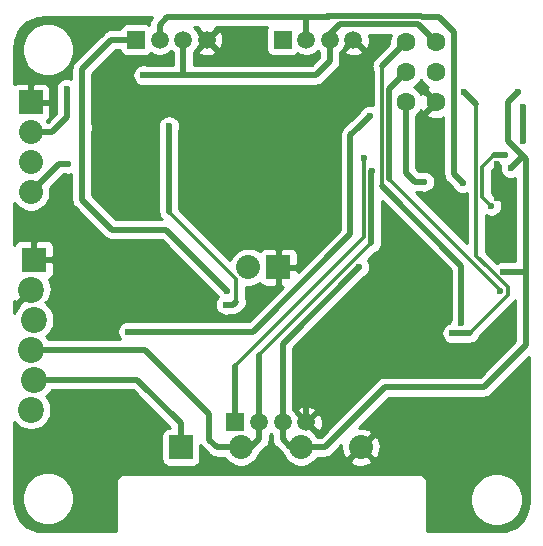
<source format=gbr>
%TF.GenerationSoftware,KiCad,Pcbnew,(5.1.10)-1*%
%TF.CreationDate,2021-07-19T12:12:26+01:00*%
%TF.ProjectId,SolarSensorATMEGA328_PCB,536f6c61-7253-4656-9e73-6f7241544d45,rev?*%
%TF.SameCoordinates,PX5734380PY7df6180*%
%TF.FileFunction,Copper,L2,Bot*%
%TF.FilePolarity,Positive*%
%FSLAX46Y46*%
G04 Gerber Fmt 4.6, Leading zero omitted, Abs format (unit mm)*
G04 Created by KiCad (PCBNEW (5.1.10)-1) date 2021-07-19 12:12:26*
%MOMM*%
%LPD*%
G01*
G04 APERTURE LIST*
%TA.AperFunction,ComponentPad*%
%ADD10C,2.032000*%
%TD*%
%TA.AperFunction,ComponentPad*%
%ADD11R,2.032000X2.032000*%
%TD*%
%TA.AperFunction,ComponentPad*%
%ADD12R,2.100580X2.100580*%
%TD*%
%TA.AperFunction,ComponentPad*%
%ADD13C,2.199640*%
%TD*%
%TA.AperFunction,ComponentPad*%
%ADD14R,1.500000X1.500000*%
%TD*%
%TA.AperFunction,ComponentPad*%
%ADD15C,1.500000*%
%TD*%
%TA.AperFunction,ComponentPad*%
%ADD16C,1.600200*%
%TD*%
%TA.AperFunction,ViaPad*%
%ADD17C,0.600000*%
%TD*%
%TA.AperFunction,Conductor*%
%ADD18C,0.500000*%
%TD*%
%TA.AperFunction,Conductor*%
%ADD19C,0.300000*%
%TD*%
%TA.AperFunction,Conductor*%
%ADD20C,0.254000*%
%TD*%
%TA.AperFunction,Conductor*%
%ADD21C,0.100000*%
%TD*%
G04 APERTURE END LIST*
D10*
%TO.P,D1,1*%
%TO.N,Net-(C1-Pad2)*%
X55245000Y20955000D03*
D11*
%TO.P,D1,2*%
%TO.N,GND*%
X57785000Y20955000D03*
%TD*%
D12*
%TO.P,P9,1*%
%TO.N,GND*%
X37084000Y21590000D03*
D13*
%TO.P,P9,2*%
X36830000Y19050000D03*
%TO.P,P9,3*%
%TO.N,VCC*%
X37084000Y16510000D03*
%TO.P,P9,4*%
%TO.N,/Rx*%
X36830000Y13970000D03*
%TO.P,P9,5*%
%TO.N,/Tx*%
X37084000Y11430000D03*
%TO.P,P9,6*%
%TO.N,/ATMega328/DTR*%
X36830000Y8890000D03*
%TD*%
D11*
%TO.P,P2,1*%
%TO.N,/Tx*%
X49530000Y5715000D03*
D10*
%TO.P,P2,2*%
%TO.N,/Rx*%
X54610000Y5715000D03*
%TO.P,P2,3*%
%TO.N,VCC*%
X59690000Y5715000D03*
%TO.P,P2,4*%
%TO.N,GND*%
X64770000Y5715000D03*
D14*
%TO.P,P2,1*%
%TO.N,/Tx*%
X54150000Y7826000D03*
D15*
%TO.P,P2,2*%
%TO.N,/Rx*%
X56150000Y7826000D03*
%TO.P,P2,3*%
%TO.N,VCC*%
X58150000Y7826000D03*
%TO.P,P2,4*%
%TO.N,GND*%
X60150000Y7826000D03*
%TD*%
D16*
%TO.P,P4,5*%
%TO.N,/ATMega328/RESET*%
X68580000Y34925000D03*
%TO.P,P4,6*%
%TO.N,GND*%
X71120000Y34925000D03*
%TO.P,P4,3*%
%TO.N,/ATMega328/SCLK*%
X68580000Y37465000D03*
%TO.P,P4,4*%
%TO.N,/ATMega328/MOSI*%
X71120000Y37465000D03*
%TO.P,P4,1*%
%TO.N,/ATMega328/MISO*%
X68580000Y40005000D03*
%TO.P,P4,2*%
%TO.N,VCC*%
X71120000Y40005000D03*
%TD*%
D10*
%TO.P,P8,4*%
%TO.N,Net-(P8-Pad4)*%
X36830000Y27305000D03*
%TO.P,P8,3*%
%TO.N,Net-(P8-Pad3)*%
X36830000Y29845000D03*
%TO.P,P8,2*%
%TO.N,VCC*%
X36830000Y32385000D03*
D11*
%TO.P,P8,1*%
%TO.N,GND*%
X36830000Y34925000D03*
%TD*%
D15*
%TO.P,P10,4*%
%TO.N,GND*%
X51720000Y40211000D03*
%TO.P,P10,3*%
%TO.N,VCC*%
X49720000Y40211000D03*
%TO.P,P10,2*%
%TO.N,/I2C_SDA*%
X47720000Y40211000D03*
D14*
%TO.P,P10,1*%
%TO.N,/I2C_CLK*%
X45720000Y40211000D03*
%TD*%
%TO.P,P1,1*%
%TO.N,/I2C_CLK*%
X58135000Y40211000D03*
D15*
%TO.P,P1,2*%
%TO.N,/I2C_SDA*%
X60135000Y40211000D03*
%TO.P,P1,3*%
%TO.N,VCC*%
X62135000Y40211000D03*
%TO.P,P1,4*%
%TO.N,GND*%
X64135000Y40211000D03*
%TD*%
D17*
%TO.N,GND*%
X68326000Y22733000D03*
X76327000Y26797000D03*
X76327000Y29718000D03*
%TO.N,VCC*%
X76835000Y20574000D03*
X78740000Y20574000D03*
X39878000Y36068000D03*
X64643000Y20955000D03*
X78105000Y35814000D03*
X77470000Y29337000D03*
X46355000Y37211000D03*
%TO.N,/ATMega328/RESET*%
X45085000Y15494000D03*
X70104000Y28194000D03*
X65532000Y33782000D03*
%TO.N,Net-(P8-Pad4)*%
X40005000Y29718000D03*
%TO.N,/Rx*%
X65674000Y29083000D03*
%TO.N,/Tx*%
X65024000Y30226000D03*
%TO.N,/I2C_SDA*%
X53340000Y17780000D03*
X48514000Y32893000D03*
X73406000Y28067000D03*
%TO.N,/I2C_CLK*%
X53467000Y18923000D03*
X41148000Y32766000D03*
%TO.N,/ATMega328/A0*%
X76962000Y30480000D03*
X75819000Y26162000D03*
%TO.N,/ATMega328/SCLK*%
X76581000Y18923000D03*
%TO.N,/ATMega328/MOSI*%
X72517000Y15367000D03*
X73533000Y35814000D03*
%TO.N,/ATMega328/MISO*%
X73279000Y16256000D03*
%TO.N,/ATMega328/A2*%
X78471000Y31623000D03*
X78486000Y34544000D03*
%TD*%
D18*
%TO.N,GND*%
X60150000Y7826000D02*
X60150000Y14557000D01*
X60150000Y14557000D02*
X68326000Y22733000D01*
X76327000Y26797000D02*
X76327000Y29718000D01*
%TO.N,VCC*%
X64643000Y20955000D02*
X58150000Y14462000D01*
X58150000Y14462000D02*
X58150000Y7826000D01*
X38608000Y32385000D02*
X39878000Y33655000D01*
X36830000Y32385000D02*
X38608000Y32385000D01*
X39878000Y33655000D02*
X39878000Y36068000D01*
X60960000Y37211000D02*
X62135000Y38386000D01*
X46355000Y37211000D02*
X47498000Y37211000D01*
X47498000Y37211000D02*
X48133000Y37211000D01*
X62135000Y38386000D02*
X62135000Y40211000D01*
X49720000Y40211000D02*
X49720000Y37274000D01*
X49720000Y37274000D02*
X49657000Y37211000D01*
X49657000Y37211000D02*
X60960000Y37211000D01*
X47498000Y37211000D02*
X49657000Y37211000D01*
X62992000Y41529000D02*
X69596000Y41529000D01*
X62135000Y40672000D02*
X62992000Y41529000D01*
X62135000Y40211000D02*
X62135000Y40672000D01*
X69596000Y41529000D02*
X71120000Y40005000D01*
X78105000Y35814000D02*
X77216000Y34925000D01*
X77216000Y34925000D02*
X77216000Y31623000D01*
X78422500Y30289500D02*
X78549500Y30289500D01*
X77470000Y29337000D02*
X78422500Y30289500D01*
X78740000Y30099000D02*
X77724000Y31115000D01*
X77724000Y31115000D02*
X78549500Y30289500D01*
X77216000Y31623000D02*
X77724000Y31115000D01*
X76835000Y20574000D02*
X78740000Y20574000D01*
X59690000Y5715000D02*
X61722000Y5715000D01*
X61722000Y5715000D02*
X66802000Y10795000D01*
X66802000Y10795000D02*
X75184000Y10795000D01*
X75184000Y10795000D02*
X78740000Y14351000D01*
X78740000Y14351000D02*
X78740000Y20955000D01*
X78740000Y20955000D02*
X78740000Y30099000D01*
X78740000Y20574000D02*
X78740000Y20955000D01*
X59690000Y5715000D02*
X58801000Y5715000D01*
X58150000Y6366000D02*
X58150000Y7826000D01*
X58801000Y5715000D02*
X58150000Y6366000D01*
%TO.N,/ATMega328/RESET*%
X68580000Y34925000D02*
X68580000Y28956000D01*
X68580000Y28956000D02*
X69342000Y28194000D01*
X69342000Y28194000D02*
X70104000Y28194000D01*
X45085000Y15494000D02*
X55626000Y15494000D01*
X55626000Y15494000D02*
X63881000Y23749000D01*
X63881000Y32131000D02*
X64579500Y32829500D01*
X63881000Y23749000D02*
X63881000Y32131000D01*
X65532000Y33782000D02*
X64579500Y32829500D01*
%TO.N,Net-(P8-Pad4)*%
X39243000Y29718000D02*
X40005000Y29718000D01*
X36830000Y27305000D02*
X39243000Y29718000D01*
%TO.N,/Rx*%
X56150000Y7826000D02*
X56150000Y13478000D01*
D19*
X56150000Y13478000D02*
X65659000Y22987000D01*
D18*
X65659000Y22987000D02*
X65659000Y29083000D01*
X65659000Y29083000D02*
X65674000Y29083000D01*
X36830000Y13970000D02*
X46482000Y13970000D01*
X46482000Y13970000D02*
X51943000Y8509000D01*
X51943000Y8509000D02*
X51943000Y6350000D01*
X52578000Y5715000D02*
X54610000Y5715000D01*
X51943000Y6350000D02*
X52578000Y5715000D01*
X54610000Y5715000D02*
X55499000Y5715000D01*
X56150000Y6366000D02*
X56150000Y7826000D01*
X55499000Y5715000D02*
X56150000Y6366000D01*
%TO.N,/Tx*%
X37084000Y11430000D02*
X45847000Y11430000D01*
X49530000Y7747000D02*
X49530000Y5715000D01*
X45847000Y11430000D02*
X49530000Y7747000D01*
D19*
X65024000Y23495000D02*
X65024000Y30226000D01*
X54150000Y12621000D02*
X65024000Y23495000D01*
D18*
X54150000Y7826000D02*
X54150000Y12621000D01*
%TO.N,/I2C_SDA*%
X53340000Y17780000D02*
X53975000Y17780000D01*
X53975000Y17780000D02*
X54117001Y17922001D01*
X54117001Y17922001D02*
X54229000Y18034000D01*
D19*
X54229000Y19949318D02*
X48514000Y25664318D01*
X54229000Y18034000D02*
X54229000Y19949318D01*
D18*
X48514000Y25664318D02*
X48514000Y32893000D01*
X70663150Y42164000D02*
X71374000Y42164000D01*
X71374000Y42164000D02*
X72644000Y40894000D01*
D19*
X62088000Y42164000D02*
X62865000Y42164000D01*
X62865000Y42164000D02*
X70663150Y42164000D01*
D18*
X47720000Y41497000D02*
X47720000Y40211000D01*
X48387000Y42164000D02*
X47720000Y41497000D01*
X60135000Y42101000D02*
X60198000Y42164000D01*
X60135000Y40211000D02*
X60135000Y42101000D01*
X72644000Y40894000D02*
X72644000Y38608000D01*
X72644000Y38608000D02*
X72644000Y28829000D01*
X72644000Y28829000D02*
X73406000Y28067000D01*
X69885953Y42229010D02*
X61914010Y42229010D01*
X69950963Y42164000D02*
X69885953Y42229010D01*
X70663150Y42164000D02*
X69950963Y42164000D01*
D19*
X61849000Y42164000D02*
X60198000Y42164000D01*
D18*
X61914010Y42229010D02*
X61849000Y42164000D01*
X59944000Y42164000D02*
X62103000Y42164000D01*
D19*
X62103000Y42164000D02*
X61849000Y42164000D01*
X62865000Y42164000D02*
X62103000Y42164000D01*
D18*
X60198000Y42164000D02*
X59944000Y42164000D01*
X59944000Y42164000D02*
X48387000Y42164000D01*
%TO.N,/I2C_CLK*%
X53467000Y18923000D02*
X48260000Y24130000D01*
X48260000Y24130000D02*
X43688000Y24130000D01*
X43688000Y24130000D02*
X41148000Y26670000D01*
X41148000Y26670000D02*
X41148000Y32766000D01*
X41148000Y32766000D02*
X41148000Y37719000D01*
X43640000Y40211000D02*
X45720000Y40211000D01*
X41148000Y37719000D02*
X43640000Y40211000D01*
%TO.N,/ATMega328/A0*%
X76962000Y30480000D02*
X76073000Y30480000D01*
D19*
X76073000Y30480000D02*
X75057000Y29464000D01*
X75057000Y29464000D02*
X75057000Y26924000D01*
X75057000Y26924000D02*
X75819000Y26162000D01*
D18*
%TO.N,/ATMega328/SCLK*%
X68580000Y37465000D02*
X67183000Y36068000D01*
X67183000Y36068000D02*
X67183000Y28448000D01*
D19*
X76581000Y19050000D02*
X76581000Y18923000D01*
X67183000Y28448000D02*
X76581000Y19050000D01*
%TO.N,/ATMega328/MOSI*%
X77231001Y18610999D02*
X73987002Y15367000D01*
X77231001Y19235001D02*
X77231001Y18610999D01*
D18*
X73987002Y15367000D02*
X72517000Y15367000D01*
D19*
X74549000Y34798000D02*
X74549000Y21917002D01*
X74549000Y21917002D02*
X75601501Y20864501D01*
X75601501Y20864501D02*
X77231001Y19235001D01*
D18*
X73533000Y35814000D02*
X74549000Y34798000D01*
%TO.N,/ATMega328/MISO*%
X68580000Y40005000D02*
X66548000Y37973000D01*
D19*
X66548000Y37973000D02*
X66548000Y27813000D01*
D18*
X66548000Y27813000D02*
X73279000Y21082000D01*
X73279000Y21082000D02*
X73279000Y16256000D01*
%TO.N,/ATMega328/A2*%
X78471000Y31623000D02*
X78471000Y34529000D01*
X78471000Y34529000D02*
X78486000Y34544000D01*
%TD*%
D20*
%TO.N,GND*%
X78963900Y1035181D02*
X78950388Y766107D01*
X78913502Y522917D01*
X78853529Y288872D01*
X78771834Y64680D01*
X78669557Y-148287D01*
X78547692Y-349291D01*
X78407515Y-536974D01*
X78250082Y-710180D01*
X78076869Y-867619D01*
X77889269Y-1007734D01*
X77688192Y-1129565D01*
X77475131Y-1231966D01*
X77251131Y-1313591D01*
X77016986Y-1373512D01*
X76773783Y-1410477D01*
X76504827Y-1423900D01*
X70334000Y-1423900D01*
X70334000Y1488128D01*
X74036000Y1488128D01*
X74036000Y1047872D01*
X74121890Y616075D01*
X74290369Y209331D01*
X74534962Y-156729D01*
X74846271Y-468038D01*
X75212331Y-712631D01*
X75619075Y-881110D01*
X76050872Y-967000D01*
X76491128Y-967000D01*
X76922925Y-881110D01*
X77329669Y-712631D01*
X77695729Y-468038D01*
X78007038Y-156729D01*
X78251631Y209331D01*
X78420110Y616075D01*
X78506000Y1047872D01*
X78506000Y1488128D01*
X78420110Y1919925D01*
X78251631Y2326669D01*
X78007038Y2692729D01*
X77695729Y3004038D01*
X77329669Y3248631D01*
X76922925Y3417110D01*
X76491128Y3503000D01*
X76050872Y3503000D01*
X75619075Y3417110D01*
X75212331Y3248631D01*
X74846271Y3004038D01*
X74534962Y2692729D01*
X74290369Y2326669D01*
X74121890Y1919925D01*
X74036000Y1488128D01*
X70334000Y1488128D01*
X70334000Y2757353D01*
X70337314Y2791000D01*
X70324088Y2925283D01*
X70284919Y3054406D01*
X70221312Y3173407D01*
X70135711Y3277711D01*
X70031407Y3363312D01*
X69912406Y3426919D01*
X69783283Y3466088D01*
X69682647Y3476000D01*
X69649000Y3479314D01*
X69615353Y3476000D01*
X44782847Y3476000D01*
X44749200Y3479314D01*
X44715553Y3476000D01*
X44614917Y3466088D01*
X44485794Y3426919D01*
X44366793Y3363312D01*
X44262489Y3277711D01*
X44176888Y3173407D01*
X44113281Y3054406D01*
X44074112Y2925283D01*
X44060886Y2791000D01*
X44064201Y2757343D01*
X44064200Y-1423900D01*
X37893273Y-1423900D01*
X37624317Y-1410478D01*
X37381113Y-1373512D01*
X37146971Y-1313592D01*
X36922923Y-1231950D01*
X36709772Y-1129544D01*
X36508671Y-1007697D01*
X36320912Y-867522D01*
X36147731Y-710183D01*
X35990374Y-536973D01*
X35850056Y-349205D01*
X35728194Y-148207D01*
X35625790Y64861D01*
X35544081Y288877D01*
X35484214Y522809D01*
X35447312Y766107D01*
X35433800Y1035182D01*
X35433800Y1588128D01*
X36036000Y1588128D01*
X36036000Y1147872D01*
X36121890Y716075D01*
X36290369Y309331D01*
X36534962Y-56729D01*
X36846271Y-368038D01*
X37212331Y-612631D01*
X37619075Y-781110D01*
X38050872Y-867000D01*
X38491128Y-867000D01*
X38922925Y-781110D01*
X39329669Y-612631D01*
X39695729Y-368038D01*
X40007038Y-56729D01*
X40251631Y309331D01*
X40420110Y716075D01*
X40506000Y1147872D01*
X40506000Y1588128D01*
X40420110Y2019925D01*
X40251631Y2426669D01*
X40007038Y2792729D01*
X39695729Y3104038D01*
X39329669Y3348631D01*
X38922925Y3517110D01*
X38491128Y3603000D01*
X38050872Y3603000D01*
X37619075Y3517110D01*
X37212331Y3348631D01*
X36846271Y3104038D01*
X36534962Y2792729D01*
X36290369Y2426669D01*
X36121890Y2019925D01*
X36036000Y1588128D01*
X35433800Y1588128D01*
X35433800Y7856968D01*
X35482477Y7784117D01*
X35724117Y7542477D01*
X36008255Y7352623D01*
X36323972Y7221848D01*
X36659135Y7155180D01*
X37000865Y7155180D01*
X37336028Y7221848D01*
X37651745Y7352623D01*
X37935883Y7542477D01*
X38177523Y7784117D01*
X38367377Y8068255D01*
X38498152Y8383972D01*
X38564820Y8719135D01*
X38564820Y9060865D01*
X38498152Y9396028D01*
X38367377Y9711745D01*
X38177523Y9995883D01*
X38130564Y10042842D01*
X38189883Y10082477D01*
X38431523Y10324117D01*
X38579112Y10545000D01*
X45480422Y10545000D01*
X48645000Y7380421D01*
X48645000Y7369072D01*
X48514000Y7369072D01*
X48389518Y7356812D01*
X48269820Y7320502D01*
X48159506Y7261537D01*
X48062815Y7182185D01*
X47983463Y7085494D01*
X47924498Y6975180D01*
X47888188Y6855482D01*
X47875928Y6731000D01*
X47875928Y4699000D01*
X47888188Y4574518D01*
X47924498Y4454820D01*
X47983463Y4344506D01*
X48062815Y4247815D01*
X48159506Y4168463D01*
X48269820Y4109498D01*
X48389518Y4073188D01*
X48514000Y4060928D01*
X50546000Y4060928D01*
X50670482Y4073188D01*
X50790180Y4109498D01*
X50900494Y4168463D01*
X50997185Y4247815D01*
X51076537Y4344506D01*
X51135502Y4454820D01*
X51171812Y4574518D01*
X51184072Y4699000D01*
X51184072Y5892457D01*
X51203590Y5855941D01*
X51286468Y5754954D01*
X51286471Y5754951D01*
X51314184Y5721183D01*
X51347951Y5693471D01*
X51921470Y5119951D01*
X51949183Y5086183D01*
X51982951Y5058470D01*
X51982953Y5058468D01*
X52083941Y4975589D01*
X52237686Y4893411D01*
X52395698Y4845478D01*
X52404510Y4842805D01*
X52534523Y4830000D01*
X52534531Y4830000D01*
X52578000Y4825719D01*
X52621469Y4830000D01*
X53215698Y4830000D01*
X53327585Y4662549D01*
X53557549Y4432585D01*
X53827958Y4251903D01*
X54128421Y4127447D01*
X54447391Y4064000D01*
X54772609Y4064000D01*
X55091579Y4127447D01*
X55392042Y4251903D01*
X55662451Y4432585D01*
X55892415Y4662549D01*
X56073097Y4932958D01*
X56145480Y5107705D01*
X56155534Y5119956D01*
X56745050Y5709471D01*
X56778817Y5737183D01*
X56806533Y5770954D01*
X56889410Y5871940D01*
X56889411Y5871941D01*
X56971589Y6025687D01*
X57022195Y6192510D01*
X57035000Y6322523D01*
X57035000Y6322533D01*
X57039281Y6365999D01*
X57035000Y6409466D01*
X57035000Y6752315D01*
X57150000Y6867315D01*
X57265000Y6752315D01*
X57265000Y6409470D01*
X57260719Y6366000D01*
X57265000Y6322531D01*
X57265000Y6322524D01*
X57267989Y6292179D01*
X57277805Y6192510D01*
X57282659Y6176510D01*
X57328411Y6025688D01*
X57410589Y5871942D01*
X57521183Y5737183D01*
X57554956Y5709466D01*
X58144470Y5119951D01*
X58154520Y5107705D01*
X58226903Y4932958D01*
X58407585Y4662549D01*
X58637549Y4432585D01*
X58907958Y4251903D01*
X59208421Y4127447D01*
X59527391Y4064000D01*
X59852609Y4064000D01*
X60171579Y4127447D01*
X60472042Y4251903D01*
X60742451Y4432585D01*
X60878043Y4568177D01*
X63802782Y4568177D01*
X63900478Y4302140D01*
X64192821Y4159652D01*
X64507344Y4076936D01*
X64831962Y4057169D01*
X65154198Y4101112D01*
X65461670Y4207076D01*
X65639522Y4302140D01*
X65737218Y4568177D01*
X64770000Y5535395D01*
X63802782Y4568177D01*
X60878043Y4568177D01*
X60972415Y4662549D01*
X61084302Y4830000D01*
X61678531Y4830000D01*
X61722000Y4825719D01*
X61765469Y4830000D01*
X61765477Y4830000D01*
X61895490Y4842805D01*
X62062313Y4893411D01*
X62216059Y4975589D01*
X62350817Y5086183D01*
X62378534Y5119956D01*
X63125173Y5866595D01*
X63112169Y5653038D01*
X63156112Y5330802D01*
X63262076Y5023330D01*
X63357140Y4845478D01*
X63623177Y4747782D01*
X64590395Y5715000D01*
X64949605Y5715000D01*
X65916823Y4747782D01*
X66182860Y4845478D01*
X66325348Y5137821D01*
X66408064Y5452344D01*
X66427831Y5776962D01*
X66383888Y6099198D01*
X66277924Y6406670D01*
X66182860Y6584522D01*
X65916823Y6682218D01*
X64949605Y5715000D01*
X64590395Y5715000D01*
X64576253Y5729142D01*
X64755858Y5908747D01*
X64770000Y5894605D01*
X65737218Y6861823D01*
X65639522Y7127860D01*
X65347179Y7270348D01*
X65032656Y7353064D01*
X64708038Y7372831D01*
X64619310Y7360731D01*
X67168579Y9910000D01*
X75140531Y9910000D01*
X75184000Y9905719D01*
X75227469Y9910000D01*
X75227477Y9910000D01*
X75357490Y9922805D01*
X75524313Y9973411D01*
X75678059Y10055589D01*
X75812817Y10166183D01*
X75840534Y10199956D01*
X78963900Y13323321D01*
X78963900Y1035181D01*
%TA.AperFunction,Conductor*%
D21*
G36*
X78963900Y1035181D02*
G01*
X78950388Y766107D01*
X78913502Y522917D01*
X78853529Y288872D01*
X78771834Y64680D01*
X78669557Y-148287D01*
X78547692Y-349291D01*
X78407515Y-536974D01*
X78250082Y-710180D01*
X78076869Y-867619D01*
X77889269Y-1007734D01*
X77688192Y-1129565D01*
X77475131Y-1231966D01*
X77251131Y-1313591D01*
X77016986Y-1373512D01*
X76773783Y-1410477D01*
X76504827Y-1423900D01*
X70334000Y-1423900D01*
X70334000Y1488128D01*
X74036000Y1488128D01*
X74036000Y1047872D01*
X74121890Y616075D01*
X74290369Y209331D01*
X74534962Y-156729D01*
X74846271Y-468038D01*
X75212331Y-712631D01*
X75619075Y-881110D01*
X76050872Y-967000D01*
X76491128Y-967000D01*
X76922925Y-881110D01*
X77329669Y-712631D01*
X77695729Y-468038D01*
X78007038Y-156729D01*
X78251631Y209331D01*
X78420110Y616075D01*
X78506000Y1047872D01*
X78506000Y1488128D01*
X78420110Y1919925D01*
X78251631Y2326669D01*
X78007038Y2692729D01*
X77695729Y3004038D01*
X77329669Y3248631D01*
X76922925Y3417110D01*
X76491128Y3503000D01*
X76050872Y3503000D01*
X75619075Y3417110D01*
X75212331Y3248631D01*
X74846271Y3004038D01*
X74534962Y2692729D01*
X74290369Y2326669D01*
X74121890Y1919925D01*
X74036000Y1488128D01*
X70334000Y1488128D01*
X70334000Y2757353D01*
X70337314Y2791000D01*
X70324088Y2925283D01*
X70284919Y3054406D01*
X70221312Y3173407D01*
X70135711Y3277711D01*
X70031407Y3363312D01*
X69912406Y3426919D01*
X69783283Y3466088D01*
X69682647Y3476000D01*
X69649000Y3479314D01*
X69615353Y3476000D01*
X44782847Y3476000D01*
X44749200Y3479314D01*
X44715553Y3476000D01*
X44614917Y3466088D01*
X44485794Y3426919D01*
X44366793Y3363312D01*
X44262489Y3277711D01*
X44176888Y3173407D01*
X44113281Y3054406D01*
X44074112Y2925283D01*
X44060886Y2791000D01*
X44064201Y2757343D01*
X44064200Y-1423900D01*
X37893273Y-1423900D01*
X37624317Y-1410478D01*
X37381113Y-1373512D01*
X37146971Y-1313592D01*
X36922923Y-1231950D01*
X36709772Y-1129544D01*
X36508671Y-1007697D01*
X36320912Y-867522D01*
X36147731Y-710183D01*
X35990374Y-536973D01*
X35850056Y-349205D01*
X35728194Y-148207D01*
X35625790Y64861D01*
X35544081Y288877D01*
X35484214Y522809D01*
X35447312Y766107D01*
X35433800Y1035182D01*
X35433800Y1588128D01*
X36036000Y1588128D01*
X36036000Y1147872D01*
X36121890Y716075D01*
X36290369Y309331D01*
X36534962Y-56729D01*
X36846271Y-368038D01*
X37212331Y-612631D01*
X37619075Y-781110D01*
X38050872Y-867000D01*
X38491128Y-867000D01*
X38922925Y-781110D01*
X39329669Y-612631D01*
X39695729Y-368038D01*
X40007038Y-56729D01*
X40251631Y309331D01*
X40420110Y716075D01*
X40506000Y1147872D01*
X40506000Y1588128D01*
X40420110Y2019925D01*
X40251631Y2426669D01*
X40007038Y2792729D01*
X39695729Y3104038D01*
X39329669Y3348631D01*
X38922925Y3517110D01*
X38491128Y3603000D01*
X38050872Y3603000D01*
X37619075Y3517110D01*
X37212331Y3348631D01*
X36846271Y3104038D01*
X36534962Y2792729D01*
X36290369Y2426669D01*
X36121890Y2019925D01*
X36036000Y1588128D01*
X35433800Y1588128D01*
X35433800Y7856968D01*
X35482477Y7784117D01*
X35724117Y7542477D01*
X36008255Y7352623D01*
X36323972Y7221848D01*
X36659135Y7155180D01*
X37000865Y7155180D01*
X37336028Y7221848D01*
X37651745Y7352623D01*
X37935883Y7542477D01*
X38177523Y7784117D01*
X38367377Y8068255D01*
X38498152Y8383972D01*
X38564820Y8719135D01*
X38564820Y9060865D01*
X38498152Y9396028D01*
X38367377Y9711745D01*
X38177523Y9995883D01*
X38130564Y10042842D01*
X38189883Y10082477D01*
X38431523Y10324117D01*
X38579112Y10545000D01*
X45480422Y10545000D01*
X48645000Y7380421D01*
X48645000Y7369072D01*
X48514000Y7369072D01*
X48389518Y7356812D01*
X48269820Y7320502D01*
X48159506Y7261537D01*
X48062815Y7182185D01*
X47983463Y7085494D01*
X47924498Y6975180D01*
X47888188Y6855482D01*
X47875928Y6731000D01*
X47875928Y4699000D01*
X47888188Y4574518D01*
X47924498Y4454820D01*
X47983463Y4344506D01*
X48062815Y4247815D01*
X48159506Y4168463D01*
X48269820Y4109498D01*
X48389518Y4073188D01*
X48514000Y4060928D01*
X50546000Y4060928D01*
X50670482Y4073188D01*
X50790180Y4109498D01*
X50900494Y4168463D01*
X50997185Y4247815D01*
X51076537Y4344506D01*
X51135502Y4454820D01*
X51171812Y4574518D01*
X51184072Y4699000D01*
X51184072Y5892457D01*
X51203590Y5855941D01*
X51286468Y5754954D01*
X51286471Y5754951D01*
X51314184Y5721183D01*
X51347951Y5693471D01*
X51921470Y5119951D01*
X51949183Y5086183D01*
X51982951Y5058470D01*
X51982953Y5058468D01*
X52083941Y4975589D01*
X52237686Y4893411D01*
X52395698Y4845478D01*
X52404510Y4842805D01*
X52534523Y4830000D01*
X52534531Y4830000D01*
X52578000Y4825719D01*
X52621469Y4830000D01*
X53215698Y4830000D01*
X53327585Y4662549D01*
X53557549Y4432585D01*
X53827958Y4251903D01*
X54128421Y4127447D01*
X54447391Y4064000D01*
X54772609Y4064000D01*
X55091579Y4127447D01*
X55392042Y4251903D01*
X55662451Y4432585D01*
X55892415Y4662549D01*
X56073097Y4932958D01*
X56145480Y5107705D01*
X56155534Y5119956D01*
X56745050Y5709471D01*
X56778817Y5737183D01*
X56806533Y5770954D01*
X56889410Y5871940D01*
X56889411Y5871941D01*
X56971589Y6025687D01*
X57022195Y6192510D01*
X57035000Y6322523D01*
X57035000Y6322533D01*
X57039281Y6365999D01*
X57035000Y6409466D01*
X57035000Y6752315D01*
X57150000Y6867315D01*
X57265000Y6752315D01*
X57265000Y6409470D01*
X57260719Y6366000D01*
X57265000Y6322531D01*
X57265000Y6322524D01*
X57267989Y6292179D01*
X57277805Y6192510D01*
X57282659Y6176510D01*
X57328411Y6025688D01*
X57410589Y5871942D01*
X57521183Y5737183D01*
X57554956Y5709466D01*
X58144470Y5119951D01*
X58154520Y5107705D01*
X58226903Y4932958D01*
X58407585Y4662549D01*
X58637549Y4432585D01*
X58907958Y4251903D01*
X59208421Y4127447D01*
X59527391Y4064000D01*
X59852609Y4064000D01*
X60171579Y4127447D01*
X60472042Y4251903D01*
X60742451Y4432585D01*
X60878043Y4568177D01*
X63802782Y4568177D01*
X63900478Y4302140D01*
X64192821Y4159652D01*
X64507344Y4076936D01*
X64831962Y4057169D01*
X65154198Y4101112D01*
X65461670Y4207076D01*
X65639522Y4302140D01*
X65737218Y4568177D01*
X64770000Y5535395D01*
X63802782Y4568177D01*
X60878043Y4568177D01*
X60972415Y4662549D01*
X61084302Y4830000D01*
X61678531Y4830000D01*
X61722000Y4825719D01*
X61765469Y4830000D01*
X61765477Y4830000D01*
X61895490Y4842805D01*
X62062313Y4893411D01*
X62216059Y4975589D01*
X62350817Y5086183D01*
X62378534Y5119956D01*
X63125173Y5866595D01*
X63112169Y5653038D01*
X63156112Y5330802D01*
X63262076Y5023330D01*
X63357140Y4845478D01*
X63623177Y4747782D01*
X64590395Y5715000D01*
X64949605Y5715000D01*
X65916823Y4747782D01*
X66182860Y4845478D01*
X66325348Y5137821D01*
X66408064Y5452344D01*
X66427831Y5776962D01*
X66383888Y6099198D01*
X66277924Y6406670D01*
X66182860Y6584522D01*
X65916823Y6682218D01*
X64949605Y5715000D01*
X64590395Y5715000D01*
X64576253Y5729142D01*
X64755858Y5908747D01*
X64770000Y5894605D01*
X65737218Y6861823D01*
X65639522Y7127860D01*
X65347179Y7270348D01*
X65032656Y7353064D01*
X64708038Y7372831D01*
X64619310Y7360731D01*
X67168579Y9910000D01*
X75140531Y9910000D01*
X75184000Y9905719D01*
X75227469Y9910000D01*
X75227477Y9910000D01*
X75357490Y9922805D01*
X75524313Y9973411D01*
X75678059Y10055589D01*
X75812817Y10166183D01*
X75840534Y10199956D01*
X78963900Y13323321D01*
X78963900Y1035181D01*
G37*
%TD.AperFunction*%
D20*
X72394000Y20715421D02*
X72394001Y16562695D01*
X72379932Y16528729D01*
X72344000Y16348089D01*
X72344000Y16285906D01*
X72244271Y16266068D01*
X72074111Y16195586D01*
X71920972Y16093262D01*
X71790738Y15963028D01*
X71688414Y15809889D01*
X71617932Y15639729D01*
X71582000Y15459089D01*
X71582000Y15274911D01*
X71617932Y15094271D01*
X71688414Y14924111D01*
X71790738Y14770972D01*
X71920972Y14640738D01*
X72074111Y14538414D01*
X72244271Y14467932D01*
X72424911Y14432000D01*
X72609089Y14432000D01*
X72789729Y14467932D01*
X72823692Y14482000D01*
X74030479Y14482000D01*
X74160492Y14494805D01*
X74327315Y14545411D01*
X74481061Y14627589D01*
X74615819Y14738183D01*
X74726413Y14872941D01*
X74808591Y15026687D01*
X74831123Y15100964D01*
X77758817Y18028657D01*
X77788765Y18053235D01*
X77822561Y18094414D01*
X77855001Y18133943D01*
X77855000Y14717579D01*
X74817422Y11680000D01*
X66845469Y11680000D01*
X66802000Y11684281D01*
X66758531Y11680000D01*
X66758523Y11680000D01*
X66628510Y11667195D01*
X66461687Y11616589D01*
X66307941Y11534411D01*
X66206953Y11451532D01*
X66206951Y11451530D01*
X66173183Y11423817D01*
X66145470Y11390049D01*
X61355422Y6600000D01*
X61084302Y6600000D01*
X60972415Y6767451D01*
X60915219Y6824647D01*
X60927388Y6869007D01*
X60150000Y7646395D01*
X60135858Y7632252D01*
X59956253Y7811857D01*
X59970395Y7826000D01*
X60329605Y7826000D01*
X61106993Y7048612D01*
X61345860Y7114137D01*
X61461760Y7361116D01*
X61527250Y7625960D01*
X61539812Y7898492D01*
X61498965Y8168238D01*
X61406277Y8424832D01*
X61345860Y8537863D01*
X61106993Y8603388D01*
X60329605Y7826000D01*
X59970395Y7826000D01*
X59421932Y8374463D01*
X59377371Y8482043D01*
X59225799Y8708886D01*
X59151692Y8782993D01*
X59372612Y8782993D01*
X60150000Y8005605D01*
X60927388Y8782993D01*
X60861863Y9021860D01*
X60614884Y9137760D01*
X60350040Y9203250D01*
X60077508Y9215812D01*
X59807762Y9174965D01*
X59551168Y9082277D01*
X59438137Y9021860D01*
X59372612Y8782993D01*
X59151692Y8782993D01*
X59035000Y8899685D01*
X59035000Y14095422D01*
X65051925Y20112346D01*
X65085889Y20126414D01*
X65239028Y20228738D01*
X65369262Y20358972D01*
X65471586Y20512111D01*
X65542068Y20682271D01*
X65578000Y20862911D01*
X65578000Y21047089D01*
X65542068Y21227729D01*
X65471586Y21397889D01*
X65369262Y21551028D01*
X65351224Y21569066D01*
X65925036Y22142879D01*
X65999312Y22165411D01*
X66153058Y22247589D01*
X66287817Y22358183D01*
X66398411Y22492941D01*
X66480589Y22646687D01*
X66531195Y22813510D01*
X66544000Y22943523D01*
X66544000Y26565422D01*
X72394000Y20715421D01*
%TA.AperFunction,Conductor*%
D21*
G36*
X72394000Y20715421D02*
G01*
X72394001Y16562695D01*
X72379932Y16528729D01*
X72344000Y16348089D01*
X72344000Y16285906D01*
X72244271Y16266068D01*
X72074111Y16195586D01*
X71920972Y16093262D01*
X71790738Y15963028D01*
X71688414Y15809889D01*
X71617932Y15639729D01*
X71582000Y15459089D01*
X71582000Y15274911D01*
X71617932Y15094271D01*
X71688414Y14924111D01*
X71790738Y14770972D01*
X71920972Y14640738D01*
X72074111Y14538414D01*
X72244271Y14467932D01*
X72424911Y14432000D01*
X72609089Y14432000D01*
X72789729Y14467932D01*
X72823692Y14482000D01*
X74030479Y14482000D01*
X74160492Y14494805D01*
X74327315Y14545411D01*
X74481061Y14627589D01*
X74615819Y14738183D01*
X74726413Y14872941D01*
X74808591Y15026687D01*
X74831123Y15100964D01*
X77758817Y18028657D01*
X77788765Y18053235D01*
X77822561Y18094414D01*
X77855001Y18133943D01*
X77855000Y14717579D01*
X74817422Y11680000D01*
X66845469Y11680000D01*
X66802000Y11684281D01*
X66758531Y11680000D01*
X66758523Y11680000D01*
X66628510Y11667195D01*
X66461687Y11616589D01*
X66307941Y11534411D01*
X66206953Y11451532D01*
X66206951Y11451530D01*
X66173183Y11423817D01*
X66145470Y11390049D01*
X61355422Y6600000D01*
X61084302Y6600000D01*
X60972415Y6767451D01*
X60915219Y6824647D01*
X60927388Y6869007D01*
X60150000Y7646395D01*
X60135858Y7632252D01*
X59956253Y7811857D01*
X59970395Y7826000D01*
X60329605Y7826000D01*
X61106993Y7048612D01*
X61345860Y7114137D01*
X61461760Y7361116D01*
X61527250Y7625960D01*
X61539812Y7898492D01*
X61498965Y8168238D01*
X61406277Y8424832D01*
X61345860Y8537863D01*
X61106993Y8603388D01*
X60329605Y7826000D01*
X59970395Y7826000D01*
X59421932Y8374463D01*
X59377371Y8482043D01*
X59225799Y8708886D01*
X59151692Y8782993D01*
X59372612Y8782993D01*
X60150000Y8005605D01*
X60927388Y8782993D01*
X60861863Y9021860D01*
X60614884Y9137760D01*
X60350040Y9203250D01*
X60077508Y9215812D01*
X59807762Y9174965D01*
X59551168Y9082277D01*
X59438137Y9021860D01*
X59372612Y8782993D01*
X59151692Y8782993D01*
X59035000Y8899685D01*
X59035000Y14095422D01*
X65051925Y20112346D01*
X65085889Y20126414D01*
X65239028Y20228738D01*
X65369262Y20358972D01*
X65471586Y20512111D01*
X65542068Y20682271D01*
X65578000Y20862911D01*
X65578000Y21047089D01*
X65542068Y21227729D01*
X65471586Y21397889D01*
X65369262Y21551028D01*
X65351224Y21569066D01*
X65925036Y22142879D01*
X65999312Y22165411D01*
X66153058Y22247589D01*
X66287817Y22358183D01*
X66398411Y22492941D01*
X66480589Y22646687D01*
X66531195Y22813510D01*
X66544000Y22943523D01*
X66544000Y26565422D01*
X72394000Y20715421D01*
G37*
%TD.AperFunction*%
D20*
X67200050Y40423603D02*
X67144900Y40146345D01*
X67144900Y39863655D01*
X67151898Y39828476D01*
X65891468Y38568046D01*
X65808590Y38467059D01*
X65726412Y38313313D01*
X65675805Y38146490D01*
X65658719Y37973000D01*
X65675805Y37799510D01*
X65726412Y37632687D01*
X65763000Y37564235D01*
X65763000Y34689368D01*
X65624089Y34717000D01*
X65439911Y34717000D01*
X65259271Y34681068D01*
X65089111Y34610586D01*
X64935972Y34508262D01*
X64805738Y34378028D01*
X64703414Y34224889D01*
X64689345Y34190924D01*
X63984458Y33486036D01*
X63984453Y33486032D01*
X63285951Y32787529D01*
X63252184Y32759817D01*
X63224471Y32726049D01*
X63224468Y32726046D01*
X63141590Y32625059D01*
X63059412Y32471313D01*
X63008805Y32304490D01*
X62991719Y32131000D01*
X62996001Y32087521D01*
X62996000Y24115579D01*
X59436476Y20556055D01*
X59436000Y20669250D01*
X59277250Y20828000D01*
X57912000Y20828000D01*
X57912000Y19462750D01*
X58070750Y19304000D01*
X58183945Y19303524D01*
X55259422Y16379000D01*
X45391692Y16379000D01*
X45357729Y16393068D01*
X45177089Y16429000D01*
X44992911Y16429000D01*
X44812271Y16393068D01*
X44642111Y16322586D01*
X44488972Y16220262D01*
X44358738Y16090028D01*
X44256414Y15936889D01*
X44185932Y15766729D01*
X44150000Y15586089D01*
X44150000Y15401911D01*
X44185932Y15221271D01*
X44256414Y15051111D01*
X44358738Y14897972D01*
X44401710Y14855000D01*
X38325112Y14855000D01*
X38177523Y15075883D01*
X38130564Y15122842D01*
X38189883Y15162477D01*
X38431523Y15404117D01*
X38621377Y15688255D01*
X38752152Y16003972D01*
X38818820Y16339135D01*
X38818820Y16680865D01*
X38752152Y17016028D01*
X38621377Y17331745D01*
X38431523Y17615883D01*
X38189883Y17857523D01*
X38137160Y17892752D01*
X38152008Y17907600D01*
X38036585Y18023023D01*
X38311191Y18130833D01*
X38462052Y18437460D01*
X38550194Y18767628D01*
X38572228Y19108647D01*
X38527310Y19447412D01*
X38417166Y19770905D01*
X38329298Y19935292D01*
X38378470Y19950208D01*
X38488784Y20009173D01*
X38585475Y20088525D01*
X38664827Y20185216D01*
X38723792Y20295530D01*
X38760102Y20415228D01*
X38772362Y20539710D01*
X38769290Y21304250D01*
X38610540Y21463000D01*
X37211000Y21463000D01*
X37211000Y21443000D01*
X36957000Y21443000D01*
X36957000Y21463000D01*
X36937000Y21463000D01*
X36937000Y21717000D01*
X36957000Y21717000D01*
X36957000Y23116540D01*
X37211000Y23116540D01*
X37211000Y21717000D01*
X38610540Y21717000D01*
X38769290Y21875750D01*
X38772362Y22640290D01*
X38760102Y22764772D01*
X38723792Y22884470D01*
X38664827Y22994784D01*
X38585475Y23091475D01*
X38488784Y23170827D01*
X38378470Y23229792D01*
X38258772Y23266102D01*
X38134290Y23278362D01*
X37369750Y23275290D01*
X37211000Y23116540D01*
X36957000Y23116540D01*
X36798250Y23275290D01*
X36033710Y23278362D01*
X35909228Y23266102D01*
X35789530Y23229792D01*
X35679216Y23170827D01*
X35582525Y23091475D01*
X35503173Y22994784D01*
X35444208Y22884470D01*
X35433800Y22850159D01*
X35433800Y26422840D01*
X35547585Y26252549D01*
X35777549Y26022585D01*
X36047958Y25841903D01*
X36348421Y25717447D01*
X36667391Y25654000D01*
X36992609Y25654000D01*
X37311579Y25717447D01*
X37612042Y25841903D01*
X37882451Y26022585D01*
X38112415Y26252549D01*
X38293097Y26522958D01*
X38417553Y26823421D01*
X38481000Y27142391D01*
X38481000Y27467609D01*
X38441710Y27665132D01*
X39609579Y28833000D01*
X39698308Y28833000D01*
X39732271Y28818932D01*
X39912911Y28783000D01*
X40097089Y28783000D01*
X40263000Y28816002D01*
X40263000Y26713469D01*
X40258719Y26670000D01*
X40263000Y26626531D01*
X40263000Y26626524D01*
X40273200Y26522958D01*
X40275805Y26496510D01*
X40285710Y26463860D01*
X40326411Y26329688D01*
X40408589Y26175942D01*
X40519183Y26041183D01*
X40552956Y26013466D01*
X43031470Y23534951D01*
X43059183Y23501183D01*
X43092951Y23473470D01*
X43092953Y23473468D01*
X43113702Y23456440D01*
X43193941Y23390589D01*
X43347687Y23308411D01*
X43514510Y23257805D01*
X43644523Y23245000D01*
X43644533Y23245000D01*
X43687999Y23240719D01*
X43731465Y23245000D01*
X47893422Y23245000D01*
X52624346Y18514075D01*
X52638414Y18480111D01*
X52670220Y18432510D01*
X52613738Y18376028D01*
X52511414Y18222889D01*
X52440932Y18052729D01*
X52405000Y17872089D01*
X52405000Y17687911D01*
X52440932Y17507271D01*
X52511414Y17337111D01*
X52613738Y17183972D01*
X52743972Y17053738D01*
X52897111Y16951414D01*
X53067271Y16880932D01*
X53247911Y16845000D01*
X53432089Y16845000D01*
X53612729Y16880932D01*
X53646692Y16895000D01*
X53931531Y16895000D01*
X53975000Y16890719D01*
X54018469Y16895000D01*
X54018477Y16895000D01*
X54148490Y16907805D01*
X54315313Y16958411D01*
X54469059Y17040589D01*
X54603817Y17151183D01*
X54631534Y17184956D01*
X54885532Y17438954D01*
X54968411Y17539942D01*
X55050589Y17693687D01*
X55101195Y17860511D01*
X55118281Y18034000D01*
X55101195Y18207490D01*
X55050589Y18374313D01*
X55014000Y18442767D01*
X55014000Y19317604D01*
X55082391Y19304000D01*
X55407609Y19304000D01*
X55726579Y19367447D01*
X56027042Y19491903D01*
X56219296Y19620364D01*
X56238463Y19584506D01*
X56317815Y19487815D01*
X56414506Y19408463D01*
X56524820Y19349498D01*
X56644518Y19313188D01*
X56769000Y19300928D01*
X57499250Y19304000D01*
X57658000Y19462750D01*
X57658000Y20828000D01*
X57638000Y20828000D01*
X57638000Y21082000D01*
X57658000Y21082000D01*
X57658000Y22447250D01*
X57912000Y22447250D01*
X57912000Y21082000D01*
X59277250Y21082000D01*
X59436000Y21240750D01*
X59439072Y21971000D01*
X59426812Y22095482D01*
X59390502Y22215180D01*
X59331537Y22325494D01*
X59252185Y22422185D01*
X59155494Y22501537D01*
X59045180Y22560502D01*
X58925482Y22596812D01*
X58801000Y22609072D01*
X58070750Y22606000D01*
X57912000Y22447250D01*
X57658000Y22447250D01*
X57499250Y22606000D01*
X56769000Y22609072D01*
X56644518Y22596812D01*
X56524820Y22560502D01*
X56414506Y22501537D01*
X56317815Y22422185D01*
X56238463Y22325494D01*
X56219296Y22289636D01*
X56027042Y22418097D01*
X55726579Y22542553D01*
X55407609Y22606000D01*
X55082391Y22606000D01*
X54763421Y22542553D01*
X54462958Y22418097D01*
X54192549Y22237415D01*
X53962585Y22007451D01*
X53781903Y21737042D01*
X53714400Y21574075D01*
X49399000Y25889475D01*
X49399000Y32586308D01*
X49413068Y32620271D01*
X49449000Y32800911D01*
X49449000Y32985089D01*
X49413068Y33165729D01*
X49342586Y33335889D01*
X49240262Y33489028D01*
X49110028Y33619262D01*
X48956889Y33721586D01*
X48786729Y33792068D01*
X48606089Y33828000D01*
X48421911Y33828000D01*
X48241271Y33792068D01*
X48071111Y33721586D01*
X47917972Y33619262D01*
X47787738Y33489028D01*
X47685414Y33335889D01*
X47614932Y33165729D01*
X47579000Y32985089D01*
X47579000Y32800911D01*
X47614932Y32620271D01*
X47629001Y32586305D01*
X47629000Y25620842D01*
X47641805Y25490829D01*
X47692411Y25324006D01*
X47774589Y25170260D01*
X47885183Y25035501D01*
X47910163Y25015000D01*
X44054579Y25015000D01*
X42033000Y27036578D01*
X42033000Y32459308D01*
X42047068Y32493271D01*
X42083000Y32673911D01*
X42083000Y32858089D01*
X42047068Y33038729D01*
X42033000Y33072692D01*
X42033000Y37352422D01*
X44006579Y39326000D01*
X44347379Y39326000D01*
X44380498Y39216820D01*
X44439463Y39106506D01*
X44518815Y39009815D01*
X44615506Y38930463D01*
X44725820Y38871498D01*
X44845518Y38835188D01*
X44970000Y38822928D01*
X46470000Y38822928D01*
X46594482Y38835188D01*
X46714180Y38871498D01*
X46824494Y38930463D01*
X46921185Y39009815D01*
X46957869Y39054515D01*
X47063957Y38983629D01*
X47316011Y38879225D01*
X47583589Y38826000D01*
X47856411Y38826000D01*
X48123989Y38879225D01*
X48376043Y38983629D01*
X48602886Y39135201D01*
X48720000Y39252315D01*
X48835000Y39137315D01*
X48835001Y38096000D01*
X46661692Y38096000D01*
X46627729Y38110068D01*
X46447089Y38146000D01*
X46262911Y38146000D01*
X46082271Y38110068D01*
X45912111Y38039586D01*
X45758972Y37937262D01*
X45628738Y37807028D01*
X45526414Y37653889D01*
X45455932Y37483729D01*
X45420000Y37303089D01*
X45420000Y37118911D01*
X45455932Y36938271D01*
X45526414Y36768111D01*
X45628738Y36614972D01*
X45758972Y36484738D01*
X45912111Y36382414D01*
X46082271Y36311932D01*
X46262911Y36276000D01*
X46447089Y36276000D01*
X46627729Y36311932D01*
X46661692Y36326000D01*
X49613531Y36326000D01*
X49657000Y36321719D01*
X49700469Y36326000D01*
X60916531Y36326000D01*
X60960000Y36321719D01*
X61003469Y36326000D01*
X61003477Y36326000D01*
X61133490Y36338805D01*
X61300313Y36389411D01*
X61454059Y36471589D01*
X61588817Y36582183D01*
X61616534Y36615956D01*
X62730050Y37729471D01*
X62763817Y37757183D01*
X62874411Y37891941D01*
X62956589Y38045687D01*
X63007195Y38212510D01*
X63020000Y38342523D01*
X63020000Y38342531D01*
X63024281Y38386000D01*
X63020000Y38429469D01*
X63020000Y39137315D01*
X63136692Y39254007D01*
X63357612Y39254007D01*
X63423137Y39015140D01*
X63670116Y38899240D01*
X63934960Y38833750D01*
X64207492Y38821188D01*
X64477238Y38862035D01*
X64733832Y38954723D01*
X64846863Y39015140D01*
X64912388Y39254007D01*
X64135000Y40031395D01*
X63357612Y39254007D01*
X63136692Y39254007D01*
X63210799Y39328114D01*
X63362371Y39554957D01*
X63406932Y39662537D01*
X63955395Y40211000D01*
X63941253Y40225142D01*
X64120858Y40404747D01*
X64135000Y40390605D01*
X64149143Y40404747D01*
X64328748Y40225142D01*
X64314605Y40211000D01*
X65091993Y39433612D01*
X65330860Y39499137D01*
X65446760Y39746116D01*
X65512250Y40010960D01*
X65524812Y40283492D01*
X65483965Y40553238D01*
X65451180Y40644000D01*
X67291341Y40644000D01*
X67200050Y40423603D01*
%TA.AperFunction,Conductor*%
D21*
G36*
X67200050Y40423603D02*
G01*
X67144900Y40146345D01*
X67144900Y39863655D01*
X67151898Y39828476D01*
X65891468Y38568046D01*
X65808590Y38467059D01*
X65726412Y38313313D01*
X65675805Y38146490D01*
X65658719Y37973000D01*
X65675805Y37799510D01*
X65726412Y37632687D01*
X65763000Y37564235D01*
X65763000Y34689368D01*
X65624089Y34717000D01*
X65439911Y34717000D01*
X65259271Y34681068D01*
X65089111Y34610586D01*
X64935972Y34508262D01*
X64805738Y34378028D01*
X64703414Y34224889D01*
X64689345Y34190924D01*
X63984458Y33486036D01*
X63984453Y33486032D01*
X63285951Y32787529D01*
X63252184Y32759817D01*
X63224471Y32726049D01*
X63224468Y32726046D01*
X63141590Y32625059D01*
X63059412Y32471313D01*
X63008805Y32304490D01*
X62991719Y32131000D01*
X62996001Y32087521D01*
X62996000Y24115579D01*
X59436476Y20556055D01*
X59436000Y20669250D01*
X59277250Y20828000D01*
X57912000Y20828000D01*
X57912000Y19462750D01*
X58070750Y19304000D01*
X58183945Y19303524D01*
X55259422Y16379000D01*
X45391692Y16379000D01*
X45357729Y16393068D01*
X45177089Y16429000D01*
X44992911Y16429000D01*
X44812271Y16393068D01*
X44642111Y16322586D01*
X44488972Y16220262D01*
X44358738Y16090028D01*
X44256414Y15936889D01*
X44185932Y15766729D01*
X44150000Y15586089D01*
X44150000Y15401911D01*
X44185932Y15221271D01*
X44256414Y15051111D01*
X44358738Y14897972D01*
X44401710Y14855000D01*
X38325112Y14855000D01*
X38177523Y15075883D01*
X38130564Y15122842D01*
X38189883Y15162477D01*
X38431523Y15404117D01*
X38621377Y15688255D01*
X38752152Y16003972D01*
X38818820Y16339135D01*
X38818820Y16680865D01*
X38752152Y17016028D01*
X38621377Y17331745D01*
X38431523Y17615883D01*
X38189883Y17857523D01*
X38137160Y17892752D01*
X38152008Y17907600D01*
X38036585Y18023023D01*
X38311191Y18130833D01*
X38462052Y18437460D01*
X38550194Y18767628D01*
X38572228Y19108647D01*
X38527310Y19447412D01*
X38417166Y19770905D01*
X38329298Y19935292D01*
X38378470Y19950208D01*
X38488784Y20009173D01*
X38585475Y20088525D01*
X38664827Y20185216D01*
X38723792Y20295530D01*
X38760102Y20415228D01*
X38772362Y20539710D01*
X38769290Y21304250D01*
X38610540Y21463000D01*
X37211000Y21463000D01*
X37211000Y21443000D01*
X36957000Y21443000D01*
X36957000Y21463000D01*
X36937000Y21463000D01*
X36937000Y21717000D01*
X36957000Y21717000D01*
X36957000Y23116540D01*
X37211000Y23116540D01*
X37211000Y21717000D01*
X38610540Y21717000D01*
X38769290Y21875750D01*
X38772362Y22640290D01*
X38760102Y22764772D01*
X38723792Y22884470D01*
X38664827Y22994784D01*
X38585475Y23091475D01*
X38488784Y23170827D01*
X38378470Y23229792D01*
X38258772Y23266102D01*
X38134290Y23278362D01*
X37369750Y23275290D01*
X37211000Y23116540D01*
X36957000Y23116540D01*
X36798250Y23275290D01*
X36033710Y23278362D01*
X35909228Y23266102D01*
X35789530Y23229792D01*
X35679216Y23170827D01*
X35582525Y23091475D01*
X35503173Y22994784D01*
X35444208Y22884470D01*
X35433800Y22850159D01*
X35433800Y26422840D01*
X35547585Y26252549D01*
X35777549Y26022585D01*
X36047958Y25841903D01*
X36348421Y25717447D01*
X36667391Y25654000D01*
X36992609Y25654000D01*
X37311579Y25717447D01*
X37612042Y25841903D01*
X37882451Y26022585D01*
X38112415Y26252549D01*
X38293097Y26522958D01*
X38417553Y26823421D01*
X38481000Y27142391D01*
X38481000Y27467609D01*
X38441710Y27665132D01*
X39609579Y28833000D01*
X39698308Y28833000D01*
X39732271Y28818932D01*
X39912911Y28783000D01*
X40097089Y28783000D01*
X40263000Y28816002D01*
X40263000Y26713469D01*
X40258719Y26670000D01*
X40263000Y26626531D01*
X40263000Y26626524D01*
X40273200Y26522958D01*
X40275805Y26496510D01*
X40285710Y26463860D01*
X40326411Y26329688D01*
X40408589Y26175942D01*
X40519183Y26041183D01*
X40552956Y26013466D01*
X43031470Y23534951D01*
X43059183Y23501183D01*
X43092951Y23473470D01*
X43092953Y23473468D01*
X43113702Y23456440D01*
X43193941Y23390589D01*
X43347687Y23308411D01*
X43514510Y23257805D01*
X43644523Y23245000D01*
X43644533Y23245000D01*
X43687999Y23240719D01*
X43731465Y23245000D01*
X47893422Y23245000D01*
X52624346Y18514075D01*
X52638414Y18480111D01*
X52670220Y18432510D01*
X52613738Y18376028D01*
X52511414Y18222889D01*
X52440932Y18052729D01*
X52405000Y17872089D01*
X52405000Y17687911D01*
X52440932Y17507271D01*
X52511414Y17337111D01*
X52613738Y17183972D01*
X52743972Y17053738D01*
X52897111Y16951414D01*
X53067271Y16880932D01*
X53247911Y16845000D01*
X53432089Y16845000D01*
X53612729Y16880932D01*
X53646692Y16895000D01*
X53931531Y16895000D01*
X53975000Y16890719D01*
X54018469Y16895000D01*
X54018477Y16895000D01*
X54148490Y16907805D01*
X54315313Y16958411D01*
X54469059Y17040589D01*
X54603817Y17151183D01*
X54631534Y17184956D01*
X54885532Y17438954D01*
X54968411Y17539942D01*
X55050589Y17693687D01*
X55101195Y17860511D01*
X55118281Y18034000D01*
X55101195Y18207490D01*
X55050589Y18374313D01*
X55014000Y18442767D01*
X55014000Y19317604D01*
X55082391Y19304000D01*
X55407609Y19304000D01*
X55726579Y19367447D01*
X56027042Y19491903D01*
X56219296Y19620364D01*
X56238463Y19584506D01*
X56317815Y19487815D01*
X56414506Y19408463D01*
X56524820Y19349498D01*
X56644518Y19313188D01*
X56769000Y19300928D01*
X57499250Y19304000D01*
X57658000Y19462750D01*
X57658000Y20828000D01*
X57638000Y20828000D01*
X57638000Y21082000D01*
X57658000Y21082000D01*
X57658000Y22447250D01*
X57912000Y22447250D01*
X57912000Y21082000D01*
X59277250Y21082000D01*
X59436000Y21240750D01*
X59439072Y21971000D01*
X59426812Y22095482D01*
X59390502Y22215180D01*
X59331537Y22325494D01*
X59252185Y22422185D01*
X59155494Y22501537D01*
X59045180Y22560502D01*
X58925482Y22596812D01*
X58801000Y22609072D01*
X58070750Y22606000D01*
X57912000Y22447250D01*
X57658000Y22447250D01*
X57499250Y22606000D01*
X56769000Y22609072D01*
X56644518Y22596812D01*
X56524820Y22560502D01*
X56414506Y22501537D01*
X56317815Y22422185D01*
X56238463Y22325494D01*
X56219296Y22289636D01*
X56027042Y22418097D01*
X55726579Y22542553D01*
X55407609Y22606000D01*
X55082391Y22606000D01*
X54763421Y22542553D01*
X54462958Y22418097D01*
X54192549Y22237415D01*
X53962585Y22007451D01*
X53781903Y21737042D01*
X53714400Y21574075D01*
X49399000Y25889475D01*
X49399000Y32586308D01*
X49413068Y32620271D01*
X49449000Y32800911D01*
X49449000Y32985089D01*
X49413068Y33165729D01*
X49342586Y33335889D01*
X49240262Y33489028D01*
X49110028Y33619262D01*
X48956889Y33721586D01*
X48786729Y33792068D01*
X48606089Y33828000D01*
X48421911Y33828000D01*
X48241271Y33792068D01*
X48071111Y33721586D01*
X47917972Y33619262D01*
X47787738Y33489028D01*
X47685414Y33335889D01*
X47614932Y33165729D01*
X47579000Y32985089D01*
X47579000Y32800911D01*
X47614932Y32620271D01*
X47629001Y32586305D01*
X47629000Y25620842D01*
X47641805Y25490829D01*
X47692411Y25324006D01*
X47774589Y25170260D01*
X47885183Y25035501D01*
X47910163Y25015000D01*
X44054579Y25015000D01*
X42033000Y27036578D01*
X42033000Y32459308D01*
X42047068Y32493271D01*
X42083000Y32673911D01*
X42083000Y32858089D01*
X42047068Y33038729D01*
X42033000Y33072692D01*
X42033000Y37352422D01*
X44006579Y39326000D01*
X44347379Y39326000D01*
X44380498Y39216820D01*
X44439463Y39106506D01*
X44518815Y39009815D01*
X44615506Y38930463D01*
X44725820Y38871498D01*
X44845518Y38835188D01*
X44970000Y38822928D01*
X46470000Y38822928D01*
X46594482Y38835188D01*
X46714180Y38871498D01*
X46824494Y38930463D01*
X46921185Y39009815D01*
X46957869Y39054515D01*
X47063957Y38983629D01*
X47316011Y38879225D01*
X47583589Y38826000D01*
X47856411Y38826000D01*
X48123989Y38879225D01*
X48376043Y38983629D01*
X48602886Y39135201D01*
X48720000Y39252315D01*
X48835000Y39137315D01*
X48835001Y38096000D01*
X46661692Y38096000D01*
X46627729Y38110068D01*
X46447089Y38146000D01*
X46262911Y38146000D01*
X46082271Y38110068D01*
X45912111Y38039586D01*
X45758972Y37937262D01*
X45628738Y37807028D01*
X45526414Y37653889D01*
X45455932Y37483729D01*
X45420000Y37303089D01*
X45420000Y37118911D01*
X45455932Y36938271D01*
X45526414Y36768111D01*
X45628738Y36614972D01*
X45758972Y36484738D01*
X45912111Y36382414D01*
X46082271Y36311932D01*
X46262911Y36276000D01*
X46447089Y36276000D01*
X46627729Y36311932D01*
X46661692Y36326000D01*
X49613531Y36326000D01*
X49657000Y36321719D01*
X49700469Y36326000D01*
X60916531Y36326000D01*
X60960000Y36321719D01*
X61003469Y36326000D01*
X61003477Y36326000D01*
X61133490Y36338805D01*
X61300313Y36389411D01*
X61454059Y36471589D01*
X61588817Y36582183D01*
X61616534Y36615956D01*
X62730050Y37729471D01*
X62763817Y37757183D01*
X62874411Y37891941D01*
X62956589Y38045687D01*
X63007195Y38212510D01*
X63020000Y38342523D01*
X63020000Y38342531D01*
X63024281Y38386000D01*
X63020000Y38429469D01*
X63020000Y39137315D01*
X63136692Y39254007D01*
X63357612Y39254007D01*
X63423137Y39015140D01*
X63670116Y38899240D01*
X63934960Y38833750D01*
X64207492Y38821188D01*
X64477238Y38862035D01*
X64733832Y38954723D01*
X64846863Y39015140D01*
X64912388Y39254007D01*
X64135000Y40031395D01*
X63357612Y39254007D01*
X63136692Y39254007D01*
X63210799Y39328114D01*
X63362371Y39554957D01*
X63406932Y39662537D01*
X63955395Y40211000D01*
X63941253Y40225142D01*
X64120858Y40404747D01*
X64135000Y40390605D01*
X64149143Y40404747D01*
X64328748Y40225142D01*
X64314605Y40211000D01*
X65091993Y39433612D01*
X65330860Y39499137D01*
X65446760Y39746116D01*
X65512250Y40010960D01*
X65524812Y40283492D01*
X65483965Y40553238D01*
X65451180Y40644000D01*
X67291341Y40644000D01*
X67200050Y40423603D01*
G37*
%TD.AperFunction*%
D20*
X37023748Y19064142D02*
X37009605Y19050000D01*
X37023748Y19035857D01*
X36844143Y18856252D01*
X36830000Y18870395D01*
X35803022Y17843417D01*
X35848408Y17727814D01*
X35736477Y17615883D01*
X35546623Y17331745D01*
X35433800Y17059368D01*
X35433800Y18097466D01*
X35623417Y18023022D01*
X36650395Y19050000D01*
X36636253Y19064142D01*
X36815858Y19243747D01*
X36830000Y19229605D01*
X36844143Y19243747D01*
X37023748Y19064142D01*
%TA.AperFunction,Conductor*%
D21*
G36*
X37023748Y19064142D02*
G01*
X37009605Y19050000D01*
X37023748Y19035857D01*
X36844143Y18856252D01*
X36830000Y18870395D01*
X35803022Y17843417D01*
X35848408Y17727814D01*
X35736477Y17615883D01*
X35546623Y17331745D01*
X35433800Y17059368D01*
X35433800Y18097466D01*
X35623417Y18023022D01*
X36650395Y19050000D01*
X36636253Y19064142D01*
X36815858Y19243747D01*
X36830000Y19229605D01*
X36844143Y19243747D01*
X37023748Y19064142D01*
G37*
%TD.AperFunction*%
D20*
X76535000Y29429089D02*
X76535000Y29244911D01*
X76570932Y29064271D01*
X76641414Y28894111D01*
X76743738Y28740972D01*
X76873972Y28610738D01*
X77027111Y28508414D01*
X77197271Y28437932D01*
X77377911Y28402000D01*
X77562089Y28402000D01*
X77742729Y28437932D01*
X77855001Y28484436D01*
X77855000Y21459000D01*
X77141692Y21459000D01*
X77107729Y21473068D01*
X76927089Y21509000D01*
X76742911Y21509000D01*
X76562271Y21473068D01*
X76392111Y21402586D01*
X76261107Y21315052D01*
X76183850Y21392309D01*
X76183846Y21392314D01*
X75334000Y22242159D01*
X75334000Y25361552D01*
X75376111Y25333414D01*
X75546271Y25262932D01*
X75726911Y25227000D01*
X75911089Y25227000D01*
X76091729Y25262932D01*
X76261889Y25333414D01*
X76415028Y25435738D01*
X76545262Y25565972D01*
X76647586Y25719111D01*
X76718068Y25889271D01*
X76754000Y26069911D01*
X76754000Y26254089D01*
X76718068Y26434729D01*
X76647586Y26604889D01*
X76545262Y26758028D01*
X76415028Y26888262D01*
X76261889Y26990586D01*
X76091729Y27061068D01*
X76014783Y27076374D01*
X75842000Y27249157D01*
X75842000Y29138843D01*
X76298158Y29595000D01*
X76568002Y29595000D01*
X76535000Y29429089D01*
%TA.AperFunction,Conductor*%
D21*
G36*
X76535000Y29429089D02*
G01*
X76535000Y29244911D01*
X76570932Y29064271D01*
X76641414Y28894111D01*
X76743738Y28740972D01*
X76873972Y28610738D01*
X77027111Y28508414D01*
X77197271Y28437932D01*
X77377911Y28402000D01*
X77562089Y28402000D01*
X77742729Y28437932D01*
X77855001Y28484436D01*
X77855000Y21459000D01*
X77141692Y21459000D01*
X77107729Y21473068D01*
X76927089Y21509000D01*
X76742911Y21509000D01*
X76562271Y21473068D01*
X76392111Y21402586D01*
X76261107Y21315052D01*
X76183850Y21392309D01*
X76183846Y21392314D01*
X75334000Y22242159D01*
X75334000Y25361552D01*
X75376111Y25333414D01*
X75546271Y25262932D01*
X75726911Y25227000D01*
X75911089Y25227000D01*
X76091729Y25262932D01*
X76261889Y25333414D01*
X76415028Y25435738D01*
X76545262Y25565972D01*
X76647586Y25719111D01*
X76718068Y25889271D01*
X76754000Y26069911D01*
X76754000Y26254089D01*
X76718068Y26434729D01*
X76647586Y26604889D01*
X76545262Y26758028D01*
X76415028Y26888262D01*
X76261889Y26990586D01*
X76091729Y27061068D01*
X76014783Y27076374D01*
X75842000Y27249157D01*
X75842000Y29138843D01*
X76298158Y29595000D01*
X76568002Y29595000D01*
X76535000Y29429089D01*
G37*
%TD.AperFunction*%
D20*
X70005285Y36550177D02*
X70205177Y36350285D01*
X70438932Y36194095D01*
X70378426Y36161754D01*
X70306831Y35917774D01*
X71120000Y35104605D01*
X71134143Y35118747D01*
X71313748Y34939142D01*
X71299605Y34925000D01*
X71313748Y34910857D01*
X71134143Y34731252D01*
X71120000Y34745395D01*
X70306831Y33932226D01*
X70378426Y33688246D01*
X70633954Y33567336D01*
X70908161Y33498600D01*
X71190508Y33484680D01*
X71470147Y33526111D01*
X71736328Y33621300D01*
X71759001Y33633419D01*
X71759001Y28872479D01*
X71754719Y28829000D01*
X71771805Y28655510D01*
X71822412Y28488687D01*
X71904590Y28334941D01*
X71987468Y28233954D01*
X71987471Y28233951D01*
X72015184Y28200183D01*
X72048951Y28172471D01*
X72563345Y27658076D01*
X72577414Y27624111D01*
X72679738Y27470972D01*
X72809972Y27340738D01*
X72963111Y27238414D01*
X73133271Y27167932D01*
X73313911Y27132000D01*
X73498089Y27132000D01*
X73678729Y27167932D01*
X73764001Y27203252D01*
X73764001Y22977157D01*
X69432157Y27309000D01*
X69797308Y27309000D01*
X69831271Y27294932D01*
X70011911Y27259000D01*
X70196089Y27259000D01*
X70376729Y27294932D01*
X70546889Y27365414D01*
X70700028Y27467738D01*
X70830262Y27597972D01*
X70932586Y27751111D01*
X71003068Y27921271D01*
X71039000Y28101911D01*
X71039000Y28286089D01*
X71003068Y28466729D01*
X70932586Y28636889D01*
X70830262Y28790028D01*
X70700028Y28920262D01*
X70546889Y29022586D01*
X70376729Y29093068D01*
X70196089Y29129000D01*
X70011911Y29129000D01*
X69831271Y29093068D01*
X69797308Y29079000D01*
X69708579Y29079000D01*
X69465000Y29322578D01*
X69465000Y33790358D01*
X69494823Y33810285D01*
X69694715Y34010177D01*
X69850905Y34243932D01*
X69883246Y34183426D01*
X70127226Y34111831D01*
X70940395Y34925000D01*
X70127226Y35738169D01*
X69883246Y35666574D01*
X69852812Y35602256D01*
X69851769Y35604775D01*
X69694715Y35839823D01*
X69494823Y36039715D01*
X69262422Y36195000D01*
X69494823Y36350285D01*
X69694715Y36550177D01*
X69850000Y36782578D01*
X70005285Y36550177D01*
%TA.AperFunction,Conductor*%
D21*
G36*
X70005285Y36550177D02*
G01*
X70205177Y36350285D01*
X70438932Y36194095D01*
X70378426Y36161754D01*
X70306831Y35917774D01*
X71120000Y35104605D01*
X71134143Y35118747D01*
X71313748Y34939142D01*
X71299605Y34925000D01*
X71313748Y34910857D01*
X71134143Y34731252D01*
X71120000Y34745395D01*
X70306831Y33932226D01*
X70378426Y33688246D01*
X70633954Y33567336D01*
X70908161Y33498600D01*
X71190508Y33484680D01*
X71470147Y33526111D01*
X71736328Y33621300D01*
X71759001Y33633419D01*
X71759001Y28872479D01*
X71754719Y28829000D01*
X71771805Y28655510D01*
X71822412Y28488687D01*
X71904590Y28334941D01*
X71987468Y28233954D01*
X71987471Y28233951D01*
X72015184Y28200183D01*
X72048951Y28172471D01*
X72563345Y27658076D01*
X72577414Y27624111D01*
X72679738Y27470972D01*
X72809972Y27340738D01*
X72963111Y27238414D01*
X73133271Y27167932D01*
X73313911Y27132000D01*
X73498089Y27132000D01*
X73678729Y27167932D01*
X73764001Y27203252D01*
X73764001Y22977157D01*
X69432157Y27309000D01*
X69797308Y27309000D01*
X69831271Y27294932D01*
X70011911Y27259000D01*
X70196089Y27259000D01*
X70376729Y27294932D01*
X70546889Y27365414D01*
X70700028Y27467738D01*
X70830262Y27597972D01*
X70932586Y27751111D01*
X71003068Y27921271D01*
X71039000Y28101911D01*
X71039000Y28286089D01*
X71003068Y28466729D01*
X70932586Y28636889D01*
X70830262Y28790028D01*
X70700028Y28920262D01*
X70546889Y29022586D01*
X70376729Y29093068D01*
X70196089Y29129000D01*
X70011911Y29129000D01*
X69831271Y29093068D01*
X69797308Y29079000D01*
X69708579Y29079000D01*
X69465000Y29322578D01*
X69465000Y33790358D01*
X69494823Y33810285D01*
X69694715Y34010177D01*
X69850905Y34243932D01*
X69883246Y34183426D01*
X70127226Y34111831D01*
X70940395Y34925000D01*
X70127226Y35738169D01*
X69883246Y35666574D01*
X69852812Y35602256D01*
X69851769Y35604775D01*
X69694715Y35839823D01*
X69494823Y36039715D01*
X69262422Y36195000D01*
X69494823Y36350285D01*
X69694715Y36550177D01*
X69850000Y36782578D01*
X70005285Y36550177D01*
G37*
%TD.AperFunction*%
D20*
X46980589Y41991058D02*
X46898411Y41837312D01*
X46873999Y41756838D01*
X46857513Y41702490D01*
X46847805Y41670489D01*
X46835000Y41540476D01*
X46835000Y41540469D01*
X46830719Y41497000D01*
X46831852Y41485499D01*
X46824494Y41491537D01*
X46714180Y41550502D01*
X46594482Y41586812D01*
X46470000Y41599072D01*
X44970000Y41599072D01*
X44845518Y41586812D01*
X44725820Y41550502D01*
X44615506Y41491537D01*
X44518815Y41412185D01*
X44439463Y41315494D01*
X44380498Y41205180D01*
X44347379Y41096000D01*
X43683465Y41096000D01*
X43639999Y41100281D01*
X43596533Y41096000D01*
X43596523Y41096000D01*
X43466510Y41083195D01*
X43299687Y41032589D01*
X43145941Y40950411D01*
X43136689Y40942818D01*
X43044953Y40867532D01*
X43044951Y40867530D01*
X43011183Y40839817D01*
X42983470Y40806049D01*
X40552951Y38375529D01*
X40519184Y38347817D01*
X40491471Y38314049D01*
X40491468Y38314046D01*
X40408590Y38213059D01*
X40326412Y38059313D01*
X40275805Y37892490D01*
X40258719Y37719000D01*
X40263001Y37675521D01*
X40263001Y36920564D01*
X40150729Y36967068D01*
X39970089Y37003000D01*
X39785911Y37003000D01*
X39605271Y36967068D01*
X39435111Y36896586D01*
X39281972Y36794262D01*
X39151738Y36664028D01*
X39049414Y36510889D01*
X38978932Y36340729D01*
X38943000Y36160089D01*
X38943000Y35975911D01*
X38978932Y35795271D01*
X38993001Y35761305D01*
X38993000Y34021579D01*
X38241422Y33270000D01*
X38224302Y33270000D01*
X38164636Y33359296D01*
X38200494Y33378463D01*
X38297185Y33457815D01*
X38376537Y33554506D01*
X38435502Y33664820D01*
X38471812Y33784518D01*
X38484072Y33909000D01*
X38481000Y34639250D01*
X38322250Y34798000D01*
X36957000Y34798000D01*
X36957000Y34778000D01*
X36703000Y34778000D01*
X36703000Y34798000D01*
X36683000Y34798000D01*
X36683000Y35052000D01*
X36703000Y35052000D01*
X36703000Y36417250D01*
X36957000Y36417250D01*
X36957000Y35052000D01*
X38322250Y35052000D01*
X38481000Y35210750D01*
X38484072Y35941000D01*
X38471812Y36065482D01*
X38435502Y36185180D01*
X38376537Y36295494D01*
X38297185Y36392185D01*
X38200494Y36471537D01*
X38090180Y36530502D01*
X37970482Y36566812D01*
X37846000Y36579072D01*
X37115750Y36576000D01*
X36957000Y36417250D01*
X36703000Y36417250D01*
X36544250Y36576000D01*
X35814000Y36579072D01*
X35689518Y36566812D01*
X35569820Y36530502D01*
X35459506Y36471537D01*
X35433800Y36450441D01*
X35433800Y39588128D01*
X36036000Y39588128D01*
X36036000Y39147872D01*
X36121890Y38716075D01*
X36290369Y38309331D01*
X36534962Y37943271D01*
X36846271Y37631962D01*
X37212331Y37387369D01*
X37619075Y37218890D01*
X38050872Y37133000D01*
X38491128Y37133000D01*
X38922925Y37218890D01*
X39329669Y37387369D01*
X39695729Y37631962D01*
X40007038Y37943271D01*
X40251631Y38309331D01*
X40420110Y38716075D01*
X40506000Y39147872D01*
X40506000Y39588128D01*
X40420110Y40019925D01*
X40251631Y40426669D01*
X40007038Y40792729D01*
X39695729Y41104038D01*
X39329669Y41348631D01*
X38922925Y41517110D01*
X38491128Y41603000D01*
X38050872Y41603000D01*
X37619075Y41517110D01*
X37212331Y41348631D01*
X36846271Y41104038D01*
X36534962Y40792729D01*
X36290369Y40426669D01*
X36121890Y40019925D01*
X36036000Y39588128D01*
X35433800Y39588128D01*
X35433800Y39646518D01*
X35447312Y39915593D01*
X35484214Y40158891D01*
X35544081Y40392823D01*
X35625806Y40616884D01*
X35728244Y40830101D01*
X35850092Y41031154D01*
X35990424Y41218940D01*
X36147787Y41392234D01*
X36320912Y41549522D01*
X36508752Y41689757D01*
X36709858Y41811685D01*
X36923016Y41914094D01*
X37147074Y41995818D01*
X37381113Y42055712D01*
X37624421Y42092693D01*
X37893381Y42106200D01*
X47075084Y42106200D01*
X46980589Y41991058D01*
%TA.AperFunction,Conductor*%
D21*
G36*
X46980589Y41991058D02*
G01*
X46898411Y41837312D01*
X46873999Y41756838D01*
X46857513Y41702490D01*
X46847805Y41670489D01*
X46835000Y41540476D01*
X46835000Y41540469D01*
X46830719Y41497000D01*
X46831852Y41485499D01*
X46824494Y41491537D01*
X46714180Y41550502D01*
X46594482Y41586812D01*
X46470000Y41599072D01*
X44970000Y41599072D01*
X44845518Y41586812D01*
X44725820Y41550502D01*
X44615506Y41491537D01*
X44518815Y41412185D01*
X44439463Y41315494D01*
X44380498Y41205180D01*
X44347379Y41096000D01*
X43683465Y41096000D01*
X43639999Y41100281D01*
X43596533Y41096000D01*
X43596523Y41096000D01*
X43466510Y41083195D01*
X43299687Y41032589D01*
X43145941Y40950411D01*
X43136689Y40942818D01*
X43044953Y40867532D01*
X43044951Y40867530D01*
X43011183Y40839817D01*
X42983470Y40806049D01*
X40552951Y38375529D01*
X40519184Y38347817D01*
X40491471Y38314049D01*
X40491468Y38314046D01*
X40408590Y38213059D01*
X40326412Y38059313D01*
X40275805Y37892490D01*
X40258719Y37719000D01*
X40263001Y37675521D01*
X40263001Y36920564D01*
X40150729Y36967068D01*
X39970089Y37003000D01*
X39785911Y37003000D01*
X39605271Y36967068D01*
X39435111Y36896586D01*
X39281972Y36794262D01*
X39151738Y36664028D01*
X39049414Y36510889D01*
X38978932Y36340729D01*
X38943000Y36160089D01*
X38943000Y35975911D01*
X38978932Y35795271D01*
X38993001Y35761305D01*
X38993000Y34021579D01*
X38241422Y33270000D01*
X38224302Y33270000D01*
X38164636Y33359296D01*
X38200494Y33378463D01*
X38297185Y33457815D01*
X38376537Y33554506D01*
X38435502Y33664820D01*
X38471812Y33784518D01*
X38484072Y33909000D01*
X38481000Y34639250D01*
X38322250Y34798000D01*
X36957000Y34798000D01*
X36957000Y34778000D01*
X36703000Y34778000D01*
X36703000Y34798000D01*
X36683000Y34798000D01*
X36683000Y35052000D01*
X36703000Y35052000D01*
X36703000Y36417250D01*
X36957000Y36417250D01*
X36957000Y35052000D01*
X38322250Y35052000D01*
X38481000Y35210750D01*
X38484072Y35941000D01*
X38471812Y36065482D01*
X38435502Y36185180D01*
X38376537Y36295494D01*
X38297185Y36392185D01*
X38200494Y36471537D01*
X38090180Y36530502D01*
X37970482Y36566812D01*
X37846000Y36579072D01*
X37115750Y36576000D01*
X36957000Y36417250D01*
X36703000Y36417250D01*
X36544250Y36576000D01*
X35814000Y36579072D01*
X35689518Y36566812D01*
X35569820Y36530502D01*
X35459506Y36471537D01*
X35433800Y36450441D01*
X35433800Y39588128D01*
X36036000Y39588128D01*
X36036000Y39147872D01*
X36121890Y38716075D01*
X36290369Y38309331D01*
X36534962Y37943271D01*
X36846271Y37631962D01*
X37212331Y37387369D01*
X37619075Y37218890D01*
X38050872Y37133000D01*
X38491128Y37133000D01*
X38922925Y37218890D01*
X39329669Y37387369D01*
X39695729Y37631962D01*
X40007038Y37943271D01*
X40251631Y38309331D01*
X40420110Y38716075D01*
X40506000Y39147872D01*
X40506000Y39588128D01*
X40420110Y40019925D01*
X40251631Y40426669D01*
X40007038Y40792729D01*
X39695729Y41104038D01*
X39329669Y41348631D01*
X38922925Y41517110D01*
X38491128Y41603000D01*
X38050872Y41603000D01*
X37619075Y41517110D01*
X37212331Y41348631D01*
X36846271Y41104038D01*
X36534962Y40792729D01*
X36290369Y40426669D01*
X36121890Y40019925D01*
X36036000Y39588128D01*
X35433800Y39588128D01*
X35433800Y39646518D01*
X35447312Y39915593D01*
X35484214Y40158891D01*
X35544081Y40392823D01*
X35625806Y40616884D01*
X35728244Y40830101D01*
X35850092Y41031154D01*
X35990424Y41218940D01*
X36147787Y41392234D01*
X36320912Y41549522D01*
X36508752Y41689757D01*
X36709858Y41811685D01*
X36923016Y41914094D01*
X37147074Y41995818D01*
X37381113Y42055712D01*
X37624421Y42092693D01*
X37893381Y42106200D01*
X47075084Y42106200D01*
X46980589Y41991058D01*
G37*
%TD.AperFunction*%
D20*
X50942612Y41167993D02*
X51720000Y40390605D01*
X52497388Y41167993D01*
X52466937Y41279000D01*
X56834956Y41279000D01*
X56795498Y41205180D01*
X56759188Y41085482D01*
X56746928Y40961000D01*
X56746928Y39461000D01*
X56759188Y39336518D01*
X56795498Y39216820D01*
X56854463Y39106506D01*
X56933815Y39009815D01*
X57030506Y38930463D01*
X57140820Y38871498D01*
X57260518Y38835188D01*
X57385000Y38822928D01*
X58885000Y38822928D01*
X59009482Y38835188D01*
X59129180Y38871498D01*
X59239494Y38930463D01*
X59336185Y39009815D01*
X59372869Y39054515D01*
X59478957Y38983629D01*
X59731011Y38879225D01*
X59998589Y38826000D01*
X60271411Y38826000D01*
X60538989Y38879225D01*
X60791043Y38983629D01*
X61017886Y39135201D01*
X61135000Y39252315D01*
X61250000Y39137315D01*
X61250000Y38752579D01*
X60593422Y38096000D01*
X50605000Y38096000D01*
X50605000Y39137315D01*
X50721692Y39254007D01*
X50942612Y39254007D01*
X51008137Y39015140D01*
X51255116Y38899240D01*
X51519960Y38833750D01*
X51792492Y38821188D01*
X52062238Y38862035D01*
X52318832Y38954723D01*
X52431863Y39015140D01*
X52497388Y39254007D01*
X51720000Y40031395D01*
X50942612Y39254007D01*
X50721692Y39254007D01*
X50795799Y39328114D01*
X50947371Y39554957D01*
X50991932Y39662537D01*
X51540395Y40211000D01*
X51899605Y40211000D01*
X52676993Y39433612D01*
X52915860Y39499137D01*
X53031760Y39746116D01*
X53097250Y40010960D01*
X53109812Y40283492D01*
X53068965Y40553238D01*
X52976277Y40809832D01*
X52915860Y40922863D01*
X52676993Y40988388D01*
X51899605Y40211000D01*
X51540395Y40211000D01*
X50991932Y40759463D01*
X50947371Y40867043D01*
X50795799Y41093886D01*
X50610685Y41279000D01*
X50973063Y41279000D01*
X50942612Y41167993D01*
%TA.AperFunction,Conductor*%
D21*
G36*
X50942612Y41167993D02*
G01*
X51720000Y40390605D01*
X52497388Y41167993D01*
X52466937Y41279000D01*
X56834956Y41279000D01*
X56795498Y41205180D01*
X56759188Y41085482D01*
X56746928Y40961000D01*
X56746928Y39461000D01*
X56759188Y39336518D01*
X56795498Y39216820D01*
X56854463Y39106506D01*
X56933815Y39009815D01*
X57030506Y38930463D01*
X57140820Y38871498D01*
X57260518Y38835188D01*
X57385000Y38822928D01*
X58885000Y38822928D01*
X59009482Y38835188D01*
X59129180Y38871498D01*
X59239494Y38930463D01*
X59336185Y39009815D01*
X59372869Y39054515D01*
X59478957Y38983629D01*
X59731011Y38879225D01*
X59998589Y38826000D01*
X60271411Y38826000D01*
X60538989Y38879225D01*
X60791043Y38983629D01*
X61017886Y39135201D01*
X61135000Y39252315D01*
X61250000Y39137315D01*
X61250000Y38752579D01*
X60593422Y38096000D01*
X50605000Y38096000D01*
X50605000Y39137315D01*
X50721692Y39254007D01*
X50942612Y39254007D01*
X51008137Y39015140D01*
X51255116Y38899240D01*
X51519960Y38833750D01*
X51792492Y38821188D01*
X52062238Y38862035D01*
X52318832Y38954723D01*
X52431863Y39015140D01*
X52497388Y39254007D01*
X51720000Y40031395D01*
X50942612Y39254007D01*
X50721692Y39254007D01*
X50795799Y39328114D01*
X50947371Y39554957D01*
X50991932Y39662537D01*
X51540395Y40211000D01*
X51899605Y40211000D01*
X52676993Y39433612D01*
X52915860Y39499137D01*
X53031760Y39746116D01*
X53097250Y40010960D01*
X53109812Y40283492D01*
X53068965Y40553238D01*
X52976277Y40809832D01*
X52915860Y40922863D01*
X52676993Y40988388D01*
X51899605Y40211000D01*
X51540395Y40211000D01*
X50991932Y40759463D01*
X50947371Y40867043D01*
X50795799Y41093886D01*
X50610685Y41279000D01*
X50973063Y41279000D01*
X50942612Y41167993D01*
G37*
%TD.AperFunction*%
%TD*%
M02*

</source>
